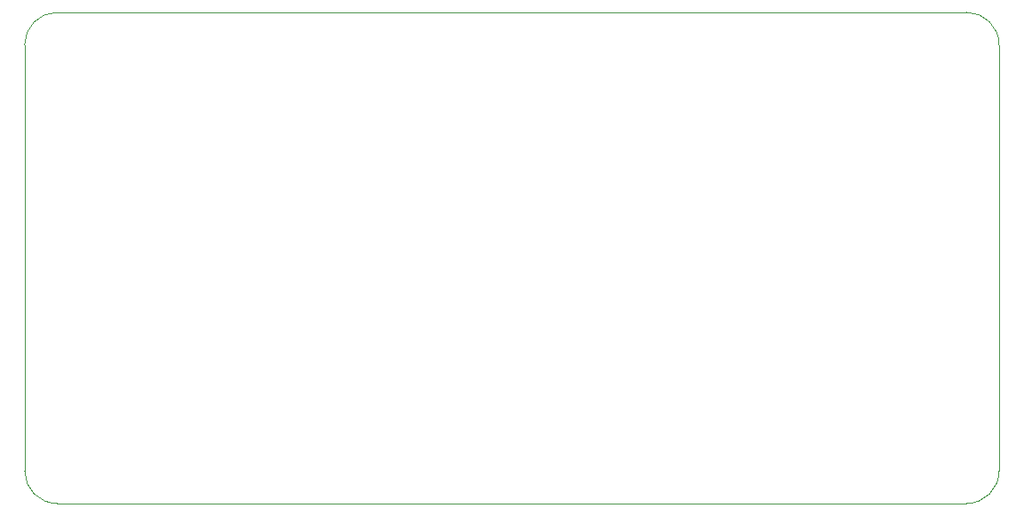
<source format=gbr>
%TF.GenerationSoftware,KiCad,Pcbnew,9.0.6*%
%TF.CreationDate,2026-01-03T14:52:23+08:00*%
%TF.ProjectId,HackPad,4861636b-5061-4642-9e6b-696361645f70,rev?*%
%TF.SameCoordinates,Original*%
%TF.FileFunction,Profile,NP*%
%FSLAX46Y46*%
G04 Gerber Fmt 4.6, Leading zero omitted, Abs format (unit mm)*
G04 Created by KiCad (PCBNEW 9.0.6) date 2026-01-03 14:52:23*
%MOMM*%
%LPD*%
G01*
G04 APERTURE LIST*
%TA.AperFunction,Profile*%
%ADD10C,0.050000*%
%TD*%
G04 APERTURE END LIST*
D10*
X53200000Y-57500000D02*
G75*
G02*
X56300000Y-54400000I3100000J0D01*
G01*
X146100000Y-98200000D02*
G75*
G02*
X143000000Y-101300000I-3100000J0D01*
G01*
X56300000Y-101300000D02*
G75*
G02*
X53200000Y-98200000I0J3100000D01*
G01*
X53200000Y-98200000D02*
X53200000Y-57500000D01*
X56300000Y-54400000D02*
X143000000Y-54400000D01*
X143000000Y-101300000D02*
X56300000Y-101300000D01*
X143000000Y-54400000D02*
G75*
G02*
X146100000Y-57500000I0J-3100000D01*
G01*
X146100000Y-57500000D02*
X146100000Y-98200000D01*
M02*

</source>
